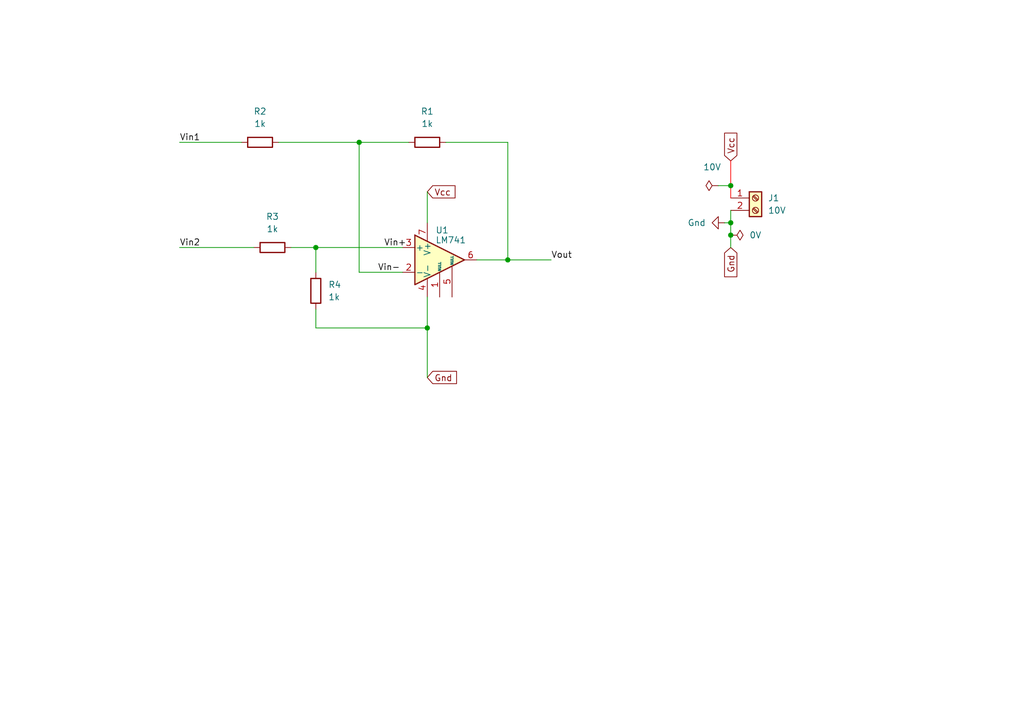
<source format=kicad_sch>
(kicad_sch (version 20250114) (generator "eeschema") (generator_version "9.0")
  (paper "A5")
  (lib_symbols
    (symbol "Amplifier_Operational:LM741" (pin_names (offset 0.127))
      (property "Reference" "U" (at 0 6.35 0))
      (property "Value" "LM741" (at 0 3.81 0))
      (symbol "LM741_0_1"
        (polyline (pts (xy -5.08 5.08) (xy 5.08 0) (xy -5.08 -5.08) (xy -5.08 5.08)) (stroke (width 0.254)) (fill (type background)))
      )
      (symbol "LM741_1_1"
        (pin input line (at -7.62 2.54 0) (length 2.54) (name "+") (number "3"))
        (pin input line (at -7.62 -2.54 0) (length 2.54) (name "-") (number "2"))
        (pin power_in line (at -2.54 7.62 270) (length 3.81) (name "V+") (number "7"))
        (pin power_in line (at -2.54 -7.62 90) (length 3.81) (name "V-") (number "4"))
        (pin no_connect line (at 0 2.54 270) (length 2.54) (hide yes) (name "NC") (number "8"))
        (pin input line (at 0 -7.62 90) (length 5.08) (name "NULL") (number "1"))
        (pin input line (at 2.54 -7.62 90) (length 6.35) (name "NULL") (number "5"))
        (pin output line (at 7.62 0 180) (length 2.54) (name "~") (number "6"))
      )
    )
    (symbol "Connector:Screw_Terminal_01x02" (pin_names (offset 1.016) (hide yes))
      (property "Reference" "J" (at 0 2.54 0))
      (property "Value" "Screw_Terminal_01x02" (at 0 -5.08 0))
      (symbol "Screw_Terminal_01x02_1_1"
        (rectangle (start -1.27 1.27) (end 1.27 -3.81) (stroke (width 0.254)) (fill (type background)))
        (polyline (pts (xy -0.5334 0.3302) (xy 0.3302 -0.508)) (stroke (width 0.1524)))
        (polyline (pts (xy -0.5334 -2.2098) (xy 0.3302 -3.048)) (stroke (width 0.1524)))
        (polyline (pts (xy -0.3556 0.508) (xy 0.508 -0.3302)) (stroke (width 0.1524)))
        (polyline (pts (xy -0.3556 -2.032) (xy 0.508 -2.8702)) (stroke (width 0.1524)))
        (circle (center 0 0) (radius 0.635) (stroke (width 0.1524)))
        (circle (center 0 -2.54) (radius 0.635) (stroke (width 0.1524)))
        (pin passive line (at -5.08 0 0) (length 3.81) (name "Pin_1") (number "1"))
        (pin passive line (at -5.08 -2.54 0) (length 3.81) (name "Pin_2") (number "2"))
      )
    )
    (symbol "Device:R" (pin_numbers (hide yes)) (pin_names (offset 0))
      (property "Reference" "R" (at 2.032 0 90))
      (property "Value" "R" (at 0 0 90))
      (symbol "R_0_1"
        (rectangle (start -1.016 -2.54) (end 1.016 2.54) (stroke (width 0.254)))
      )
      (symbol "R_1_1"
        (pin passive line (at 0 3.81 270) (length 1.27) (name "~") (number "1"))
        (pin passive line (at 0 -3.81 90) (length 1.27) (name "~") (number "2"))
      )
    )
    (symbol "power:GND" (power) (pin_numbers (hide yes)) (pin_names (offset 0) (hide yes))
      (property "Value" "GND" (at 0 -3.81 0))
      (symbol "GND_0_1"
        (polyline (pts (xy 0 0) (xy 0 -1.27) (xy 1.27 -1.27) (xy 0 -2.54) (xy -1.27 -1.27) (xy 0 -1.27)))
      )
      (symbol "GND_1_1"
        (pin power_in line (at 0 0 270) (length 0) (name "~") (number "1"))
      )
    )
    (symbol "power:PWR_FLAG" (power) (pin_numbers (hide yes)) (pin_names (offset 0) (hide yes))
      (property "Value" "PWR_FLAG" (at 0 3.81 0))
      (symbol "PWR_FLAG_0_0"
        (pin power_out line (at 0 0 90) (length 0) (name "~") (number "1"))
      )
      (symbol "PWR_FLAG_0_1"
        (polyline (pts (xy 0 0) (xy 0 1.27) (xy -1.016 1.905) (xy 0 2.54) (xy 1.016 1.905) (xy 0 1.27)))
      )
    )
  )
  (junction (at 149.86 48.26))
  (junction (at 73.66 29.21))
  (junction (at 64.77 50.8))
  (junction (at 149.86 38.1))
  (junction (at 104.14 53.34))
  (junction (at 87.63 67.31))
  (junction (at 149.86 45.72))
  (wire (pts (xy 87.63 39.37) (xy 87.63 45.72)))
  (wire (pts (xy 104.14 53.34) (xy 113.03 53.34)))
  (wire (pts (xy 147.32 38.1) (xy 149.86 38.1)))
  (wire (pts (xy 91.44 29.21) (xy 104.14 29.21)))
  (wire (pts (xy 64.77 63.5) (xy 64.77 67.31)))
  (wire (pts (xy 148.59 45.72) (xy 149.86 45.72)))
  (wire (pts (xy 149.86 40.64) (xy 149.86 38.1)) (stroke (width 0) (color 255 0 0 1)))
  (wire (pts (xy 104.14 29.21) (xy 104.14 53.34)))
  (wire (pts (xy 73.66 29.21) (xy 83.82 29.21)))
  (wire (pts (xy 64.77 50.8) (xy 82.55 50.8)))
  (wire (pts (xy 82.55 55.88) (xy 73.66 55.88)))
  (wire (pts (xy 64.77 67.31) (xy 87.63 67.31)))
  (wire (pts (xy 97.79 53.34) (xy 104.14 53.34)))
  (wire (pts (xy 149.86 48.26) (xy 149.86 50.8)))
  (wire (pts (xy 36.83 50.8) (xy 52.07 50.8)))
  (wire (pts (xy 73.66 55.88) (xy 73.66 29.21)))
  (wire (pts (xy 64.77 50.8) (xy 64.77 55.88)))
  (wire (pts (xy 59.69 50.8) (xy 64.77 50.8)))
  (wire (pts (xy 57.15 29.21) (xy 73.66 29.21)))
  (wire (pts (xy 149.86 45.72) (xy 149.86 48.26)))
  (wire (pts (xy 49.53 29.21) (xy 36.83 29.21)))
  (wire (pts (xy 87.63 67.31) (xy 87.63 60.96)))
  (wire (pts (xy 87.63 77.47) (xy 87.63 67.31)))
  (wire (pts (xy 149.86 43.18) (xy 149.86 45.72)))
  (wire (pts (xy 149.86 33.02) (xy 149.86 38.1)) (stroke (width 0) (color 255 0 0 1)))
  (label "Vin2" (at 36.83 50.8 0))
  (label "Vin+" (at 78.74 50.8 0))
  (label "Vout" (at 113.03 53.34 0))
  (label "Vin1" (at 36.83 29.21 0))
  (label "Vin-" (at 77.47 55.88 0))
  (global_label "Vcc" (shape input) (at 87.63 39.37 0) (property "Intersheetrefs" "${INTERSHEET_REFS}" (effects (hide yes))))
  (global_label "Gnd" (shape input) (at 149.86 50.8 270) (property "Intersheetrefs" "${INTERSHEET_REFS}" (effects (hide yes))))
  (global_label "Vcc" (shape input) (at 149.86 33.02 90) (property "Intersheetrefs" "${INTERSHEET_REFS}" (effects (hide yes))))
  (global_label "Gnd" (shape input) (at 87.63 77.47 0) (property "Intersheetrefs" "${INTERSHEET_REFS}" (effects (hide yes))))
  (symbol (lib_id "Connector:Screw_Terminal_01x02") (at 154.94 40.64 0) (unit 1)
    (property "Reference" "J1" (at 157.48 40.6399 0) (effects (justify left)))
    (property "Value" "10V" (at 157.48 43.1799 0) (effects (justify left)))
    (property "Footprint" "TerminalBlock:TerminalBlock_Xinya_XY308-2.54-2P_1x02_P2.54mm_Horizontal" (effects (hide yes)))
    (property "Description" "Generic screw terminal, single row, 01x02, script generated (kicad-library-utils/schlib/autogen/connector/)" (effects (hide yes)))
    (property "Sim.Device" "V" (effects (hide yes)))
    (property "Sim.Type" "DC" (effects (hide yes)))
    (property "Sim.Pins" "1=+ 2=-" (effects (hide yes)))
  )
  (symbol (lib_id "power:GND") (at 148.59 45.72 270) (unit 1)
    (property "Reference" "#PWR03" (effects (hide yes)))
    (property "Value" "Gnd" (at 144.78 45.7199 90) (effects (justify right)))
    (property "Description" "Power symbol creates a global label with name \"GND\" , ground" (effects (hide yes)))
  )
  (symbol (lib_id "power:PWR_FLAG") (at 149.86 48.26 270) (unit 1)
    (property "Reference" "#FLG02" (effects (hide yes)))
    (property "Value" "0V" (at 153.67 48.2599 90) (effects (justify left)))
    (property "Description" "Special symbol for telling ERC where power comes from" (effects (hide yes)))
  )
  (symbol (lib_id "Amplifier_Operational:LM741") (at 90.17 53.34 0) (unit 1)
    (property "Reference" "U1" (at 90.678 47.244 0))
    (property "Value" "LM741" (at 92.456 49.276 0))
    (property "Datasheet" "http://www.ti.com/lit/ds/symlink/lm741.pdf" (effects (hide yes)))
    (property "Description" "Operational Amplifier, DIP-8/TO-99-8" (effects (hide yes)))
    (property "Sim.Library" "/home/kjetil/kicad/lm741.lib" (effects (hide yes)))
    (property "Sim.Name" "LM741" (effects (hide yes)))
    (property "Sim.Device" "SUBCKT" (effects (hide yes)))
    (property "Sim.Pins" "1=1 2=2 3=99 4=50 5=28" (effects (hide yes)))
  )
  (symbol (lib_id "Device:R") (at 55.88 50.8 270) (unit 1)
    (property "Reference" "R3" (at 55.88 44.45 90))
    (property "Value" "1k" (at 55.88 46.99 90))
    (property "Description" "Resistor" (effects (hide yes)))
  )
  (symbol (lib_id "power:PWR_FLAG") (at 147.32 38.1 90) (unit 1)
    (property "Reference" "#FLG01" (effects (hide yes)))
    (property "Value" "10V" (at 146.05 34.29 90))
    (property "Description" "Special symbol for telling ERC where power comes from" (effects (hide yes)))
  )
  (symbol (lib_id "Device:R") (at 64.77 59.69 0) (unit 1)
    (property "Reference" "R4" (at 67.31 58.4199 0) (effects (justify left)))
    (property "Value" "1k" (at 67.31 60.9599 0) (effects (justify left)))
    (property "Description" "Resistor" (effects (hide yes)))
  )
  (symbol (lib_id "Device:R") (at 87.63 29.21 270) (unit 1)
    (property "Reference" "R1" (at 87.63 22.86 90))
    (property "Value" "1k" (at 87.63 25.4 90))
    (property "Description" "Resistor" (effects (hide yes)))
  )
  (symbol (lib_id "Device:R") (at 53.34 29.21 90) (unit 1)
    (property "Reference" "R2" (at 53.34 22.86 90))
    (property "Value" "1k" (at 53.34 25.4 90))
    (property "Description" "Resistor" (effects (hide yes)))
  )
)
</source>
